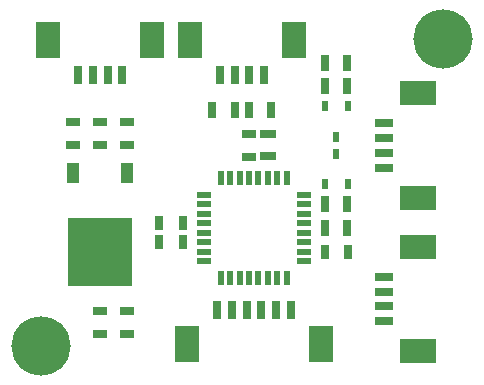
<source format=gbr>
%TF.GenerationSoftware,Altium Limited,Altium Designer,23.11.1 (41)*%
G04 Layer_Color=8388736*
%FSLAX45Y45*%
%MOMM*%
%TF.SameCoordinates,EE14C10C-1293-43E7-8F5D-FAE76E51A431*%
%TF.FilePolarity,Negative*%
%TF.FileFunction,Soldermask,Top*%
%TF.Part,Single*%
G01*
G75*
%TA.AperFunction,SMDPad,CuDef*%
%ADD34R,0.52000X1.22000*%
%ADD35R,1.22000X0.52000*%
%ADD36R,1.02000X1.77000*%
%ADD37R,5.52000X5.72000*%
%ADD38R,0.62000X0.82000*%
%ADD39R,0.72000X1.42000*%
%ADD40R,2.02000X3.02000*%
%ADD41R,0.77000X1.52000*%
%ADD42R,3.02000X2.02000*%
%ADD43R,1.52000X0.77000*%
%ADD44R,1.22000X0.77000*%
%ADD45R,0.77000X1.22000*%
%ADD46R,1.42000X0.72000*%
%TA.AperFunction,ViaPad*%
%ADD47C,5.02000*%
D34*
X9720000Y9825000D02*
D03*
X9800000D02*
D03*
X9880000D02*
D03*
X9960000D02*
D03*
X10040000D02*
D03*
X10120000D02*
D03*
X10200000D02*
D03*
X10280000D02*
D03*
Y8975000D02*
D03*
X10200000D02*
D03*
X10120000D02*
D03*
X10040000D02*
D03*
X9960000D02*
D03*
X9880000D02*
D03*
X9800000D02*
D03*
X9720000D02*
D03*
D35*
X10425000Y9680000D02*
D03*
Y9600000D02*
D03*
Y9520000D02*
D03*
Y9440000D02*
D03*
Y9360000D02*
D03*
Y9280000D02*
D03*
Y9200000D02*
D03*
Y9120000D02*
D03*
X9575000D02*
D03*
Y9200000D02*
D03*
Y9280000D02*
D03*
Y9360000D02*
D03*
Y9440000D02*
D03*
Y9520000D02*
D03*
Y9600000D02*
D03*
Y9680000D02*
D03*
D36*
X8928500Y9866500D02*
D03*
X8471500D02*
D03*
D37*
X8700000Y9200000D02*
D03*
D38*
X10800000Y9770000D02*
D03*
X10600000D02*
D03*
X10700000Y10030000D02*
D03*
X10600000Y10430000D02*
D03*
X10800000D02*
D03*
X10700000Y10170000D02*
D03*
D39*
X10793500Y9600000D02*
D03*
X10606500D02*
D03*
X9837500Y10400000D02*
D03*
X9650500D02*
D03*
X9962500D02*
D03*
X10149500D02*
D03*
X10793500Y10800000D02*
D03*
X10606500D02*
D03*
X10606499Y9400000D02*
D03*
X10793499D02*
D03*
X10606500Y10600000D02*
D03*
X10793500D02*
D03*
D40*
X10568960Y8419501D02*
D03*
X9433960D02*
D03*
X9142500Y10990000D02*
D03*
X8257500D02*
D03*
X10342500D02*
D03*
X9457500D02*
D03*
D41*
X10313960Y8709501D02*
D03*
X10063960D02*
D03*
X10188960D02*
D03*
X9938960D02*
D03*
X9688960D02*
D03*
X9813960D02*
D03*
X8762500Y10700000D02*
D03*
X8887500D02*
D03*
X8637500D02*
D03*
X8512500D02*
D03*
X9962500D02*
D03*
X10087500D02*
D03*
X9837500D02*
D03*
X9712500D02*
D03*
D42*
X11390000Y8357500D02*
D03*
Y9242500D02*
D03*
Y9657500D02*
D03*
Y10542500D02*
D03*
D43*
X11100000Y8737500D02*
D03*
Y8612500D02*
D03*
Y8862500D02*
D03*
Y8987500D02*
D03*
Y10037500D02*
D03*
Y9912500D02*
D03*
Y10162500D02*
D03*
Y10287500D02*
D03*
D44*
X8928500Y10100000D02*
D03*
Y10300000D02*
D03*
X8700000Y10100000D02*
D03*
Y10300000D02*
D03*
X8471500Y10100000D02*
D03*
Y10300000D02*
D03*
X8928500Y8700000D02*
D03*
Y8500000D02*
D03*
X8700000Y8700000D02*
D03*
Y8500000D02*
D03*
X9960000Y10000000D02*
D03*
Y10200000D02*
D03*
D45*
X9400000Y9280000D02*
D03*
X9200000D02*
D03*
X9400000Y9440000D02*
D03*
X9200000D02*
D03*
X10600000Y9200000D02*
D03*
X10800000D02*
D03*
D46*
X10120000Y10006500D02*
D03*
Y10193500D02*
D03*
D47*
X8200000Y8400000D02*
D03*
X11600000Y11000000D02*
D03*
%TF.MD5,923374cc2f285877e37f773556bee439*%
M02*

</source>
